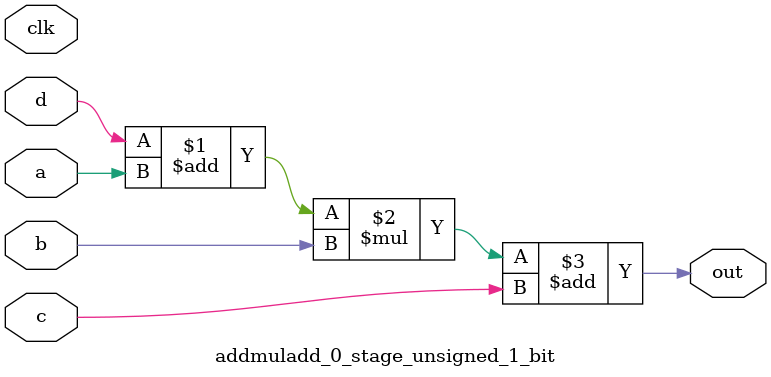
<source format=sv>
(* use_dsp = "yes" *) module addmuladd_0_stage_unsigned_1_bit(
	input  [0:0] a,
	input  [0:0] b,
	input  [0:0] c,
	input  [0:0] d,
	output [0:0] out,
	input clk);

	assign out = ((d + a) * b) + c;
endmodule

</source>
